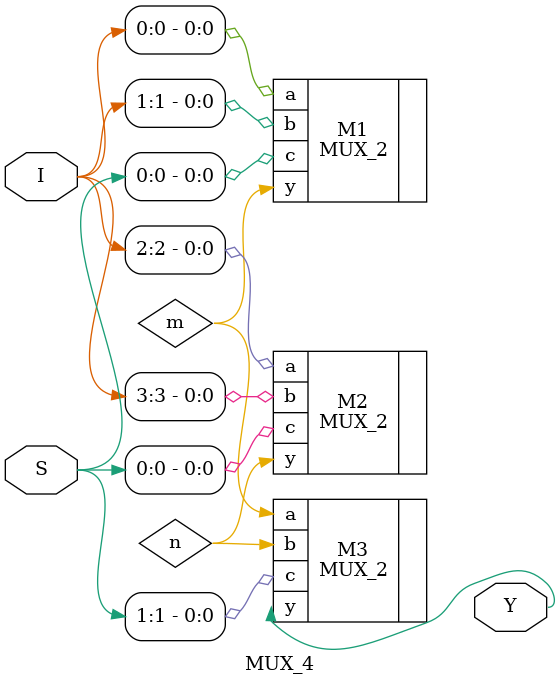
<source format=v>
`timescale 1ns / 1ps


module MUX_4(
input [3:0] I,input [1:0] S,output Y
    );
    wire m,n;
    MUX_2 M1(.a(I[0]),.b(I[1]),.c(S[0]),.y(m));
    MUX_2 M2(.a(I[2]),.b(I[3]),.c(S[0]),.y(n));
    MUX_2 M3(.a(m),.b(n),.c(S[1]),.y(Y));
endmodule


</source>
